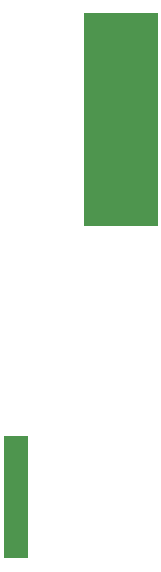
<source format=gko>
G04*
G04 #@! TF.GenerationSoftware,Altium Limited,Altium Designer,24.0.1 (36)*
G04*
G04 Layer_Color=16711935*
%FSLAX44Y44*%
%MOMM*%
G71*
G04*
G04 #@! TF.SameCoordinates,7A80B53C-B2C1-45D1-8136-E7169236FAC4*
G04*
G04*
G04 #@! TF.FilePolarity,Positive*
G04*
G01*
G75*
%ADD139R,2.0800X10.3700*%
G36*
X485182Y649213D02*
Y829213D01*
X547082D01*
Y649213D01*
X485182D01*
D02*
G37*
D139*
X427379Y419401D02*
D03*
M02*

</source>
